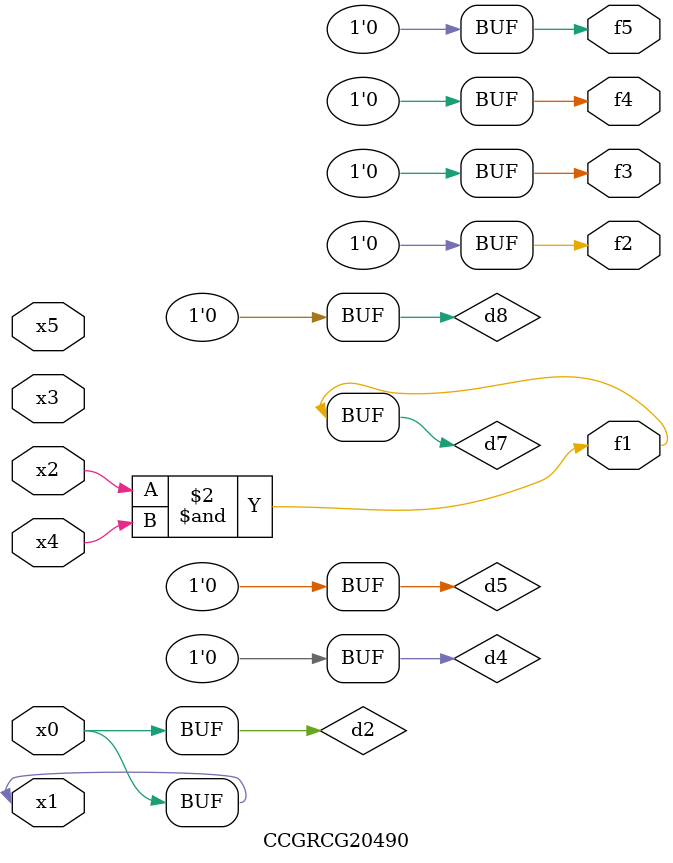
<source format=v>
module CCGRCG20490(
	input x0, x1, x2, x3, x4, x5,
	output f1, f2, f3, f4, f5
);

	wire d1, d2, d3, d4, d5, d6, d7, d8, d9;

	nand (d1, x1);
	buf (d2, x0, x1);
	nand (d3, x2, x4);
	and (d4, d1, d2);
	and (d5, d1, d2);
	nand (d6, d1, d3);
	not (d7, d3);
	xor (d8, d5);
	nor (d9, d5, d6);
	assign f1 = d7;
	assign f2 = d8;
	assign f3 = d8;
	assign f4 = d8;
	assign f5 = d8;
endmodule

</source>
